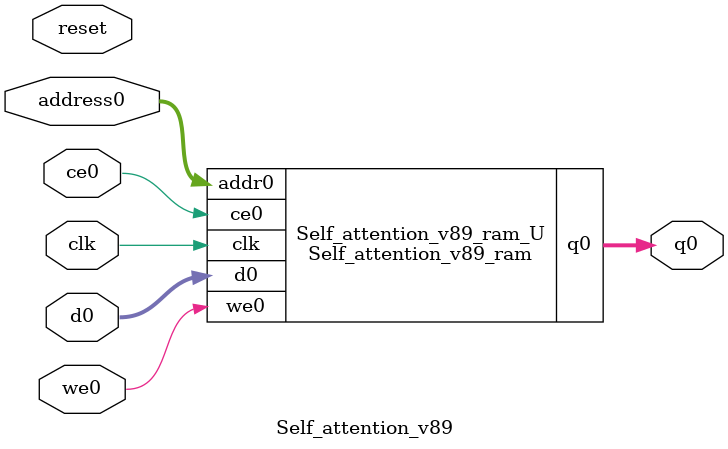
<source format=v>
`timescale 1 ns / 1 ps
module Self_attention_v89_ram (addr0, ce0, d0, we0, q0,  clk);

parameter DWIDTH = 32;
parameter AWIDTH = 8;
parameter MEM_SIZE = 144;

input[AWIDTH-1:0] addr0;
input ce0;
input[DWIDTH-1:0] d0;
input we0;
output reg[DWIDTH-1:0] q0;
input clk;

(* ram_style = "block" *)reg [DWIDTH-1:0] ram[0:MEM_SIZE-1];




always @(posedge clk)  
begin 
    if (ce0) begin
        if (we0) 
            ram[addr0] <= d0; 
        q0 <= ram[addr0];
    end
end


endmodule

`timescale 1 ns / 1 ps
module Self_attention_v89(
    reset,
    clk,
    address0,
    ce0,
    we0,
    d0,
    q0);

parameter DataWidth = 32'd32;
parameter AddressRange = 32'd144;
parameter AddressWidth = 32'd8;
input reset;
input clk;
input[AddressWidth - 1:0] address0;
input ce0;
input we0;
input[DataWidth - 1:0] d0;
output[DataWidth - 1:0] q0;



Self_attention_v89_ram Self_attention_v89_ram_U(
    .clk( clk ),
    .addr0( address0 ),
    .ce0( ce0 ),
    .we0( we0 ),
    .d0( d0 ),
    .q0( q0 ));

endmodule


</source>
